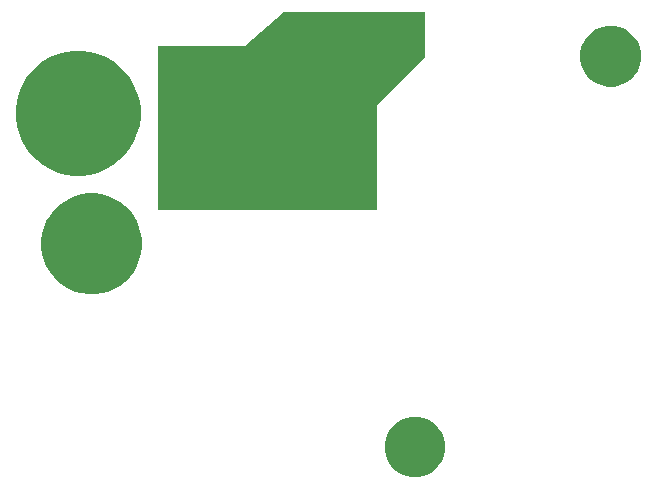
<source format=gbr>
%TF.GenerationSoftware,Altium Limited,Altium Designer,23.3.1 (30)*%
G04 Layer_Color=0*
%FSLAX45Y45*%
%MOMM*%
%TF.SameCoordinates,3FCD108A-851F-4062-9BED-621BEB009867*%
%TF.FilePolarity,Positive*%
%TF.FileFunction,NonPlated,1,2,NPTH,Drill*%
%TF.Part,Single*%
G01*
G75*
G36*
X2825179Y3691061D02*
X2790487D01*
X2721696Y3700117D01*
X2654675Y3718075D01*
X2590572Y3744628D01*
X2530484Y3779320D01*
X2475437Y3821559D01*
X2426375Y3870621D01*
X2384136Y3925667D01*
X2349444Y3985756D01*
X2322891Y4049859D01*
X2304933Y4116879D01*
X2295877Y4185671D01*
Y4220363D01*
Y4255055D01*
X2304933Y4323846D01*
X2322891Y4390867D01*
X2349444Y4454969D01*
X2384136Y4515058D01*
X2426375Y4570105D01*
X2475437Y4619167D01*
X2530484Y4661406D01*
X2590572Y4696098D01*
X2654675Y4722650D01*
X2721696Y4740609D01*
X2790487Y4749665D01*
X2825179D01*
X2859871D01*
X2928662Y4740609D01*
X2995683Y4722650D01*
X3059786Y4696098D01*
X3119875Y4661406D01*
X3174921Y4619167D01*
X3223983Y4570105D01*
X3266222Y4515058D01*
X3300914Y4454969D01*
X3327467Y4390867D01*
X3345425Y4323846D01*
X3354481Y4255055D01*
Y4220363D01*
Y4185671D01*
X3345425Y4116879D01*
X3327467Y4049859D01*
X3300914Y3985756D01*
X3266222Y3925667D01*
X3223983Y3870621D01*
X3174921Y3821559D01*
X3119875Y3779320D01*
X3059786Y3744628D01*
X2995683Y3718075D01*
X2928662Y3700117D01*
X2859871Y3691061D01*
X2825179D01*
D01*
D02*
G37*
G36*
X7076838Y4702963D02*
Y4677666D01*
X7086708Y4628045D01*
X7106069Y4581303D01*
X7134177Y4539236D01*
X7169952Y4503461D01*
X7212019Y4475353D01*
X7258761Y4455992D01*
X7308382Y4446121D01*
X7333679D01*
X7358976D01*
X7408597Y4455992D01*
X7455339Y4475353D01*
X7497406Y4503461D01*
X7533181Y4539236D01*
X7561289Y4581303D01*
X7580650Y4628045D01*
X7590521Y4677666D01*
Y4702963D01*
Y4728260D01*
X7580650Y4777881D01*
X7561289Y4824623D01*
X7533181Y4866690D01*
X7497406Y4902465D01*
X7455339Y4930573D01*
X7408597Y4949934D01*
X7358976Y4959804D01*
X7333679D01*
X7308382D01*
X7258761Y4949934D01*
X7212019Y4930573D01*
X7169952Y4902465D01*
X7134177Y4866690D01*
X7106069Y4824623D01*
X7086708Y4777881D01*
X7076838Y4728260D01*
Y4702963D01*
D01*
D02*
G37*
G36*
X5419366Y1394907D02*
Y1369610D01*
X5429236Y1319988D01*
X5448597Y1273246D01*
X5476706Y1231179D01*
X5512480Y1195405D01*
X5554547Y1167296D01*
X5601290Y1147935D01*
X5650911Y1138065D01*
X5676208D01*
X5701504D01*
X5751125Y1147935D01*
X5797868Y1167296D01*
X5839934Y1195405D01*
X5875709Y1231179D01*
X5903818Y1273246D01*
X5923179Y1319988D01*
X5933049Y1369610D01*
Y1394907D01*
Y1420203D01*
X5923179Y1469824D01*
X5903818Y1516566D01*
X5875709Y1558633D01*
X5839934Y1594408D01*
X5797868Y1622516D01*
X5751125Y1641878D01*
X5701504Y1651748D01*
X5676208D01*
X5650911D01*
X5601290Y1641878D01*
X5554547Y1622516D01*
X5512480Y1594408D01*
X5476706Y1558633D01*
X5448597Y1516566D01*
X5429236Y1469824D01*
X5419366Y1420203D01*
Y1394907D01*
D01*
D02*
G37*
G36*
X2939479Y2688735D02*
X2911510D01*
X2856050Y2696037D01*
X2802018Y2710515D01*
X2750337Y2731921D01*
X2701893Y2759890D01*
X2657514Y2793944D01*
X2617960Y2833498D01*
X2583907Y2877877D01*
X2555937Y2926321D01*
X2534531Y2978001D01*
X2520053Y3032034D01*
X2512752Y3087494D01*
Y3115463D01*
Y3143432D01*
X2520053Y3198892D01*
X2534531Y3252924D01*
X2555937Y3304605D01*
X2583907Y3353049D01*
X2617960Y3397428D01*
X2657514Y3436982D01*
X2701893Y3471035D01*
X2750337Y3499004D01*
X2802018Y3520411D01*
X2856050Y3534889D01*
X2911510Y3542191D01*
X2939479D01*
X2967448D01*
X3022908Y3534889D01*
X3076941Y3520411D01*
X3128621Y3499004D01*
X3177065Y3471035D01*
X3221444Y3436982D01*
X3260998Y3397428D01*
X3295052Y3353049D01*
X3323021Y3304605D01*
X3344427Y3252924D01*
X3358905Y3198892D01*
X3366207Y3143432D01*
Y3115463D01*
Y3087494D01*
X3358905Y3032034D01*
X3344427Y2978001D01*
X3323021Y2926321D01*
X3295052Y2877877D01*
X3260998Y2833498D01*
X3221444Y2793944D01*
X3177065Y2759890D01*
X3128621Y2731921D01*
X3076941Y2710515D01*
X3022908Y2696037D01*
X2967448Y2688735D01*
X2939479D01*
D01*
D02*
G37*
G36*
X3505200Y3403600D02*
Y4787900D01*
X4241800D01*
X4572000Y5080000D01*
X5765800D01*
Y4699000D01*
X5521325Y4454525D01*
X5359400Y4292600D01*
Y3403600D01*
X3505200D01*
D02*
G37*
%TF.MD5,fb456f191fb0066a0edaebc32b0b72d8*%
M02*

</source>
